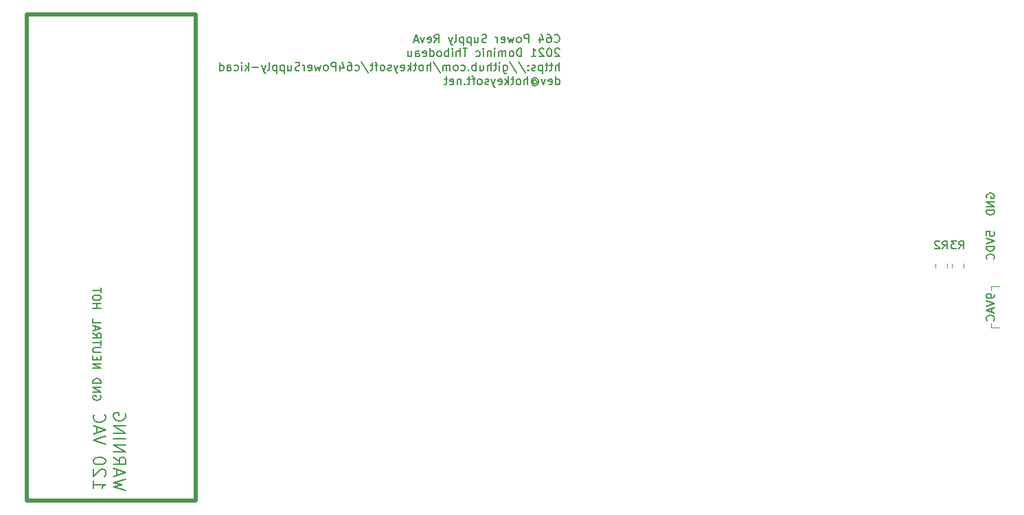
<source format=gbo>
G04 #@! TF.GenerationSoftware,KiCad,Pcbnew,(5.1.9)-1*
G04 #@! TF.CreationDate,2021-06-30T23:09:52-04:00*
G04 #@! TF.ProjectId,C64PowerSupply,43363450-6f77-4657-9253-7570706c792e,A*
G04 #@! TF.SameCoordinates,Original*
G04 #@! TF.FileFunction,Legend,Bot*
G04 #@! TF.FilePolarity,Positive*
%FSLAX46Y46*%
G04 Gerber Fmt 4.6, Leading zero omitted, Abs format (unit mm)*
G04 Created by KiCad (PCBNEW (5.1.9)-1) date 2021-06-30 23:09:52*
%MOMM*%
%LPD*%
G01*
G04 APERTURE LIST*
%ADD10C,0.120000*%
%ADD11C,0.150000*%
%ADD12C,0.203200*%
%ADD13C,0.508000*%
%ADD14C,2.600000*%
%ADD15R,2.600000X2.600000*%
%ADD16C,1.440000*%
%ADD17C,2.500000*%
%ADD18C,2.667000*%
%ADD19C,5.700000*%
%ADD20C,2.400000*%
%ADD21C,0.100000*%
%ADD22C,1.600000*%
%ADD23R,1.600000X1.600000*%
%ADD24O,1.800000X1.800000*%
%ADD25R,1.800000X1.800000*%
%ADD26R,2.400000X2.400000*%
%ADD27C,4.300000*%
%ADD28R,1.700000X2.500000*%
%ADD29O,1.700000X2.500000*%
G04 APERTURE END LIST*
D10*
X187960000Y-105156000D02*
X188976000Y-105156000D01*
X187960000Y-104648000D02*
X187960000Y-105156000D01*
X187960000Y-100076000D02*
X187960000Y-100584000D01*
X188976000Y-100076000D02*
X187960000Y-100076000D01*
D11*
X77271619Y-102790476D02*
X78271619Y-102790476D01*
X77795428Y-102790476D02*
X77795428Y-102219047D01*
X77271619Y-102219047D02*
X78271619Y-102219047D01*
X78271619Y-101552380D02*
X78271619Y-101361904D01*
X78224000Y-101266666D01*
X78128761Y-101171428D01*
X77938285Y-101123809D01*
X77604952Y-101123809D01*
X77414476Y-101171428D01*
X77319238Y-101266666D01*
X77271619Y-101361904D01*
X77271619Y-101552380D01*
X77319238Y-101647619D01*
X77414476Y-101742857D01*
X77604952Y-101790476D01*
X77938285Y-101790476D01*
X78128761Y-101742857D01*
X78224000Y-101647619D01*
X78271619Y-101552380D01*
X78271619Y-100838095D02*
X78271619Y-100266666D01*
X77271619Y-100552380D02*
X78271619Y-100552380D01*
X77271619Y-110164190D02*
X78271619Y-110164190D01*
X77271619Y-109592761D01*
X78271619Y-109592761D01*
X77795428Y-109116571D02*
X77795428Y-108783238D01*
X77271619Y-108640380D02*
X77271619Y-109116571D01*
X78271619Y-109116571D01*
X78271619Y-108640380D01*
X78271619Y-108211809D02*
X77462095Y-108211809D01*
X77366857Y-108164190D01*
X77319238Y-108116571D01*
X77271619Y-108021333D01*
X77271619Y-107830857D01*
X77319238Y-107735619D01*
X77366857Y-107688000D01*
X77462095Y-107640380D01*
X78271619Y-107640380D01*
X78271619Y-107307047D02*
X78271619Y-106735619D01*
X77271619Y-107021333D02*
X78271619Y-107021333D01*
X77271619Y-105830857D02*
X77747809Y-106164190D01*
X77271619Y-106402285D02*
X78271619Y-106402285D01*
X78271619Y-106021333D01*
X78224000Y-105926095D01*
X78176380Y-105878476D01*
X78081142Y-105830857D01*
X77938285Y-105830857D01*
X77843047Y-105878476D01*
X77795428Y-105926095D01*
X77747809Y-106021333D01*
X77747809Y-106402285D01*
X77557333Y-105449904D02*
X77557333Y-104973714D01*
X77271619Y-105545142D02*
X78271619Y-105211809D01*
X77271619Y-104878476D01*
X77271619Y-104068952D02*
X77271619Y-104545142D01*
X78271619Y-104545142D01*
X78224000Y-113537904D02*
X78271619Y-113633142D01*
X78271619Y-113776000D01*
X78224000Y-113918857D01*
X78128761Y-114014095D01*
X78033523Y-114061714D01*
X77843047Y-114109333D01*
X77700190Y-114109333D01*
X77509714Y-114061714D01*
X77414476Y-114014095D01*
X77319238Y-113918857D01*
X77271619Y-113776000D01*
X77271619Y-113680761D01*
X77319238Y-113537904D01*
X77366857Y-113490285D01*
X77700190Y-113490285D01*
X77700190Y-113680761D01*
X77271619Y-113061714D02*
X78271619Y-113061714D01*
X77271619Y-112490285D01*
X78271619Y-112490285D01*
X77271619Y-112014095D02*
X78271619Y-112014095D01*
X78271619Y-111776000D01*
X78224000Y-111633142D01*
X78128761Y-111537904D01*
X78033523Y-111490285D01*
X77843047Y-111442666D01*
X77700190Y-111442666D01*
X77509714Y-111490285D01*
X77414476Y-111537904D01*
X77319238Y-111633142D01*
X77271619Y-111776000D01*
X77271619Y-112014095D01*
D12*
X81327171Y-125185714D02*
X79803171Y-124822857D01*
X80891742Y-124532571D01*
X79803171Y-124242285D01*
X81327171Y-123879428D01*
X80238600Y-123371428D02*
X80238600Y-122645714D01*
X79803171Y-123516571D02*
X81327171Y-123008571D01*
X79803171Y-122500571D01*
X79803171Y-121121714D02*
X80528885Y-121629714D01*
X79803171Y-121992571D02*
X81327171Y-121992571D01*
X81327171Y-121412000D01*
X81254600Y-121266857D01*
X81182028Y-121194285D01*
X81036885Y-121121714D01*
X80819171Y-121121714D01*
X80674028Y-121194285D01*
X80601457Y-121266857D01*
X80528885Y-121412000D01*
X80528885Y-121992571D01*
X79803171Y-120468571D02*
X81327171Y-120468571D01*
X79803171Y-119597714D01*
X81327171Y-119597714D01*
X79803171Y-118872000D02*
X81327171Y-118872000D01*
X79803171Y-118146285D02*
X81327171Y-118146285D01*
X79803171Y-117275428D01*
X81327171Y-117275428D01*
X81254600Y-115751428D02*
X81327171Y-115896571D01*
X81327171Y-116114285D01*
X81254600Y-116332000D01*
X81109457Y-116477142D01*
X80964314Y-116549714D01*
X80674028Y-116622285D01*
X80456314Y-116622285D01*
X80166028Y-116549714D01*
X80020885Y-116477142D01*
X79875742Y-116332000D01*
X79803171Y-116114285D01*
X79803171Y-115969142D01*
X79875742Y-115751428D01*
X79948314Y-115678857D01*
X80456314Y-115678857D01*
X80456314Y-115969142D01*
X77313971Y-124060857D02*
X77313971Y-124931714D01*
X77313971Y-124496285D02*
X78837971Y-124496285D01*
X78620257Y-124641428D01*
X78475114Y-124786571D01*
X78402542Y-124931714D01*
X78692828Y-123480285D02*
X78765400Y-123407714D01*
X78837971Y-123262571D01*
X78837971Y-122899714D01*
X78765400Y-122754571D01*
X78692828Y-122682000D01*
X78547685Y-122609428D01*
X78402542Y-122609428D01*
X78184828Y-122682000D01*
X77313971Y-123552857D01*
X77313971Y-122609428D01*
X78837971Y-121666000D02*
X78837971Y-121520857D01*
X78765400Y-121375714D01*
X78692828Y-121303142D01*
X78547685Y-121230571D01*
X78257400Y-121158000D01*
X77894542Y-121158000D01*
X77604257Y-121230571D01*
X77459114Y-121303142D01*
X77386542Y-121375714D01*
X77313971Y-121520857D01*
X77313971Y-121666000D01*
X77386542Y-121811142D01*
X77459114Y-121883714D01*
X77604257Y-121956285D01*
X77894542Y-122028857D01*
X78257400Y-122028857D01*
X78547685Y-121956285D01*
X78692828Y-121883714D01*
X78765400Y-121811142D01*
X78837971Y-121666000D01*
X78837971Y-119561428D02*
X77313971Y-119053428D01*
X78837971Y-118545428D01*
X77749400Y-118110000D02*
X77749400Y-117384285D01*
X77313971Y-118255142D02*
X78837971Y-117747142D01*
X77313971Y-117239142D01*
X77459114Y-115860285D02*
X77386542Y-115932857D01*
X77313971Y-116150571D01*
X77313971Y-116295714D01*
X77386542Y-116513428D01*
X77531685Y-116658571D01*
X77676828Y-116731142D01*
X77967114Y-116803714D01*
X78184828Y-116803714D01*
X78475114Y-116731142D01*
X78620257Y-116658571D01*
X78765400Y-116513428D01*
X78837971Y-116295714D01*
X78837971Y-116150571D01*
X78765400Y-115932857D01*
X78692828Y-115860285D01*
D11*
X188412380Y-101068380D02*
X188412380Y-101258857D01*
X188364761Y-101354095D01*
X188317142Y-101401714D01*
X188174285Y-101496952D01*
X187983809Y-101544571D01*
X187602857Y-101544571D01*
X187507619Y-101496952D01*
X187460000Y-101449333D01*
X187412380Y-101354095D01*
X187412380Y-101163619D01*
X187460000Y-101068380D01*
X187507619Y-101020761D01*
X187602857Y-100973142D01*
X187840952Y-100973142D01*
X187936190Y-101020761D01*
X187983809Y-101068380D01*
X188031428Y-101163619D01*
X188031428Y-101354095D01*
X187983809Y-101449333D01*
X187936190Y-101496952D01*
X187840952Y-101544571D01*
X187412380Y-101830285D02*
X188412380Y-102163619D01*
X187412380Y-102496952D01*
X188126666Y-102782666D02*
X188126666Y-103258857D01*
X188412380Y-102687428D02*
X187412380Y-103020761D01*
X188412380Y-103354095D01*
X188317142Y-104258857D02*
X188364761Y-104211238D01*
X188412380Y-104068380D01*
X188412380Y-103973142D01*
X188364761Y-103830285D01*
X188269523Y-103735047D01*
X188174285Y-103687428D01*
X187983809Y-103639809D01*
X187840952Y-103639809D01*
X187650476Y-103687428D01*
X187555238Y-103735047D01*
X187460000Y-103830285D01*
X187412380Y-103973142D01*
X187412380Y-104068380D01*
X187460000Y-104211238D01*
X187507619Y-104258857D01*
X187460000Y-89154095D02*
X187412380Y-89058857D01*
X187412380Y-88916000D01*
X187460000Y-88773142D01*
X187555238Y-88677904D01*
X187650476Y-88630285D01*
X187840952Y-88582666D01*
X187983809Y-88582666D01*
X188174285Y-88630285D01*
X188269523Y-88677904D01*
X188364761Y-88773142D01*
X188412380Y-88916000D01*
X188412380Y-89011238D01*
X188364761Y-89154095D01*
X188317142Y-89201714D01*
X187983809Y-89201714D01*
X187983809Y-89011238D01*
X188412380Y-89630285D02*
X187412380Y-89630285D01*
X188412380Y-90201714D01*
X187412380Y-90201714D01*
X188412380Y-90677904D02*
X187412380Y-90677904D01*
X187412380Y-90916000D01*
X187460000Y-91058857D01*
X187555238Y-91154095D01*
X187650476Y-91201714D01*
X187840952Y-91249333D01*
X187983809Y-91249333D01*
X188174285Y-91201714D01*
X188269523Y-91154095D01*
X188364761Y-91058857D01*
X188412380Y-90916000D01*
X188412380Y-90677904D01*
X187412380Y-93805523D02*
X187412380Y-93329333D01*
X187888571Y-93281714D01*
X187840952Y-93329333D01*
X187793333Y-93424571D01*
X187793333Y-93662666D01*
X187840952Y-93757904D01*
X187888571Y-93805523D01*
X187983809Y-93853142D01*
X188221904Y-93853142D01*
X188317142Y-93805523D01*
X188364761Y-93757904D01*
X188412380Y-93662666D01*
X188412380Y-93424571D01*
X188364761Y-93329333D01*
X188317142Y-93281714D01*
X187412380Y-94138857D02*
X188412380Y-94472190D01*
X187412380Y-94805523D01*
X188412380Y-95138857D02*
X187412380Y-95138857D01*
X187412380Y-95376952D01*
X187460000Y-95519809D01*
X187555238Y-95615047D01*
X187650476Y-95662666D01*
X187840952Y-95710285D01*
X187983809Y-95710285D01*
X188174285Y-95662666D01*
X188269523Y-95615047D01*
X188364761Y-95519809D01*
X188412380Y-95376952D01*
X188412380Y-95138857D01*
X188317142Y-96710285D02*
X188364761Y-96662666D01*
X188412380Y-96519809D01*
X188412380Y-96424571D01*
X188364761Y-96281714D01*
X188269523Y-96186476D01*
X188174285Y-96138857D01*
X187983809Y-96091238D01*
X187840952Y-96091238D01*
X187650476Y-96138857D01*
X187555238Y-96186476D01*
X187460000Y-96281714D01*
X187412380Y-96424571D01*
X187412380Y-96519809D01*
X187460000Y-96662666D01*
X187507619Y-96710285D01*
D12*
X134173443Y-69908057D02*
X134221824Y-69956438D01*
X134366967Y-70004819D01*
X134463729Y-70004819D01*
X134608872Y-69956438D01*
X134705634Y-69859676D01*
X134754015Y-69762914D01*
X134802396Y-69569390D01*
X134802396Y-69424247D01*
X134754015Y-69230723D01*
X134705634Y-69133961D01*
X134608872Y-69037200D01*
X134463729Y-68988819D01*
X134366967Y-68988819D01*
X134221824Y-69037200D01*
X134173443Y-69085580D01*
X133302586Y-68988819D02*
X133496110Y-68988819D01*
X133592872Y-69037200D01*
X133641253Y-69085580D01*
X133738015Y-69230723D01*
X133786396Y-69424247D01*
X133786396Y-69811295D01*
X133738015Y-69908057D01*
X133689634Y-69956438D01*
X133592872Y-70004819D01*
X133399348Y-70004819D01*
X133302586Y-69956438D01*
X133254205Y-69908057D01*
X133205824Y-69811295D01*
X133205824Y-69569390D01*
X133254205Y-69472628D01*
X133302586Y-69424247D01*
X133399348Y-69375866D01*
X133592872Y-69375866D01*
X133689634Y-69424247D01*
X133738015Y-69472628D01*
X133786396Y-69569390D01*
X132334967Y-69327485D02*
X132334967Y-70004819D01*
X132576872Y-68940438D02*
X132818777Y-69666152D01*
X132189824Y-69666152D01*
X131028681Y-70004819D02*
X131028681Y-68988819D01*
X130641634Y-68988819D01*
X130544872Y-69037200D01*
X130496491Y-69085580D01*
X130448110Y-69182342D01*
X130448110Y-69327485D01*
X130496491Y-69424247D01*
X130544872Y-69472628D01*
X130641634Y-69521009D01*
X131028681Y-69521009D01*
X129867539Y-70004819D02*
X129964300Y-69956438D01*
X130012681Y-69908057D01*
X130061062Y-69811295D01*
X130061062Y-69521009D01*
X130012681Y-69424247D01*
X129964300Y-69375866D01*
X129867539Y-69327485D01*
X129722396Y-69327485D01*
X129625634Y-69375866D01*
X129577253Y-69424247D01*
X129528872Y-69521009D01*
X129528872Y-69811295D01*
X129577253Y-69908057D01*
X129625634Y-69956438D01*
X129722396Y-70004819D01*
X129867539Y-70004819D01*
X129190205Y-69327485D02*
X128996681Y-70004819D01*
X128803158Y-69521009D01*
X128609634Y-70004819D01*
X128416110Y-69327485D01*
X127642015Y-69956438D02*
X127738777Y-70004819D01*
X127932300Y-70004819D01*
X128029062Y-69956438D01*
X128077443Y-69859676D01*
X128077443Y-69472628D01*
X128029062Y-69375866D01*
X127932300Y-69327485D01*
X127738777Y-69327485D01*
X127642015Y-69375866D01*
X127593634Y-69472628D01*
X127593634Y-69569390D01*
X128077443Y-69666152D01*
X127158205Y-70004819D02*
X127158205Y-69327485D01*
X127158205Y-69521009D02*
X127109824Y-69424247D01*
X127061443Y-69375866D01*
X126964681Y-69327485D01*
X126867920Y-69327485D01*
X125803539Y-69956438D02*
X125658396Y-70004819D01*
X125416491Y-70004819D01*
X125319729Y-69956438D01*
X125271348Y-69908057D01*
X125222967Y-69811295D01*
X125222967Y-69714533D01*
X125271348Y-69617771D01*
X125319729Y-69569390D01*
X125416491Y-69521009D01*
X125610015Y-69472628D01*
X125706777Y-69424247D01*
X125755158Y-69375866D01*
X125803539Y-69279104D01*
X125803539Y-69182342D01*
X125755158Y-69085580D01*
X125706777Y-69037200D01*
X125610015Y-68988819D01*
X125368110Y-68988819D01*
X125222967Y-69037200D01*
X124352110Y-69327485D02*
X124352110Y-70004819D01*
X124787539Y-69327485D02*
X124787539Y-69859676D01*
X124739158Y-69956438D01*
X124642396Y-70004819D01*
X124497253Y-70004819D01*
X124400491Y-69956438D01*
X124352110Y-69908057D01*
X123868300Y-69327485D02*
X123868300Y-70343485D01*
X123868300Y-69375866D02*
X123771539Y-69327485D01*
X123578015Y-69327485D01*
X123481253Y-69375866D01*
X123432872Y-69424247D01*
X123384491Y-69521009D01*
X123384491Y-69811295D01*
X123432872Y-69908057D01*
X123481253Y-69956438D01*
X123578015Y-70004819D01*
X123771539Y-70004819D01*
X123868300Y-69956438D01*
X122949062Y-69327485D02*
X122949062Y-70343485D01*
X122949062Y-69375866D02*
X122852300Y-69327485D01*
X122658777Y-69327485D01*
X122562015Y-69375866D01*
X122513634Y-69424247D01*
X122465253Y-69521009D01*
X122465253Y-69811295D01*
X122513634Y-69908057D01*
X122562015Y-69956438D01*
X122658777Y-70004819D01*
X122852300Y-70004819D01*
X122949062Y-69956438D01*
X121884681Y-70004819D02*
X121981443Y-69956438D01*
X122029824Y-69859676D01*
X122029824Y-68988819D01*
X121594396Y-69327485D02*
X121352491Y-70004819D01*
X121110586Y-69327485D02*
X121352491Y-70004819D01*
X121449253Y-70246723D01*
X121497634Y-70295104D01*
X121594396Y-70343485D01*
X119368872Y-70004819D02*
X119707539Y-69521009D01*
X119949443Y-70004819D02*
X119949443Y-68988819D01*
X119562396Y-68988819D01*
X119465634Y-69037200D01*
X119417253Y-69085580D01*
X119368872Y-69182342D01*
X119368872Y-69327485D01*
X119417253Y-69424247D01*
X119465634Y-69472628D01*
X119562396Y-69521009D01*
X119949443Y-69521009D01*
X118546396Y-69956438D02*
X118643158Y-70004819D01*
X118836681Y-70004819D01*
X118933443Y-69956438D01*
X118981824Y-69859676D01*
X118981824Y-69472628D01*
X118933443Y-69375866D01*
X118836681Y-69327485D01*
X118643158Y-69327485D01*
X118546396Y-69375866D01*
X118498015Y-69472628D01*
X118498015Y-69569390D01*
X118981824Y-69666152D01*
X118159348Y-69327485D02*
X117917443Y-70004819D01*
X117675539Y-69327485D01*
X117336872Y-69714533D02*
X116853062Y-69714533D01*
X117433634Y-70004819D02*
X117094967Y-68988819D01*
X116756300Y-70004819D01*
X134802396Y-70812780D02*
X134754015Y-70764400D01*
X134657253Y-70716019D01*
X134415348Y-70716019D01*
X134318586Y-70764400D01*
X134270205Y-70812780D01*
X134221824Y-70909542D01*
X134221824Y-71006304D01*
X134270205Y-71151447D01*
X134850777Y-71732019D01*
X134221824Y-71732019D01*
X133592872Y-70716019D02*
X133496110Y-70716019D01*
X133399348Y-70764400D01*
X133350967Y-70812780D01*
X133302586Y-70909542D01*
X133254205Y-71103066D01*
X133254205Y-71344971D01*
X133302586Y-71538495D01*
X133350967Y-71635257D01*
X133399348Y-71683638D01*
X133496110Y-71732019D01*
X133592872Y-71732019D01*
X133689634Y-71683638D01*
X133738015Y-71635257D01*
X133786396Y-71538495D01*
X133834777Y-71344971D01*
X133834777Y-71103066D01*
X133786396Y-70909542D01*
X133738015Y-70812780D01*
X133689634Y-70764400D01*
X133592872Y-70716019D01*
X132867158Y-70812780D02*
X132818777Y-70764400D01*
X132722015Y-70716019D01*
X132480110Y-70716019D01*
X132383348Y-70764400D01*
X132334967Y-70812780D01*
X132286586Y-70909542D01*
X132286586Y-71006304D01*
X132334967Y-71151447D01*
X132915539Y-71732019D01*
X132286586Y-71732019D01*
X131318967Y-71732019D02*
X131899539Y-71732019D01*
X131609253Y-71732019D02*
X131609253Y-70716019D01*
X131706015Y-70861161D01*
X131802777Y-70957923D01*
X131899539Y-71006304D01*
X130109443Y-71732019D02*
X130109443Y-70716019D01*
X129867539Y-70716019D01*
X129722396Y-70764400D01*
X129625634Y-70861161D01*
X129577253Y-70957923D01*
X129528872Y-71151447D01*
X129528872Y-71296590D01*
X129577253Y-71490114D01*
X129625634Y-71586876D01*
X129722396Y-71683638D01*
X129867539Y-71732019D01*
X130109443Y-71732019D01*
X128948300Y-71732019D02*
X129045062Y-71683638D01*
X129093443Y-71635257D01*
X129141824Y-71538495D01*
X129141824Y-71248209D01*
X129093443Y-71151447D01*
X129045062Y-71103066D01*
X128948300Y-71054685D01*
X128803158Y-71054685D01*
X128706396Y-71103066D01*
X128658015Y-71151447D01*
X128609634Y-71248209D01*
X128609634Y-71538495D01*
X128658015Y-71635257D01*
X128706396Y-71683638D01*
X128803158Y-71732019D01*
X128948300Y-71732019D01*
X128174205Y-71732019D02*
X128174205Y-71054685D01*
X128174205Y-71151447D02*
X128125824Y-71103066D01*
X128029062Y-71054685D01*
X127883920Y-71054685D01*
X127787158Y-71103066D01*
X127738777Y-71199828D01*
X127738777Y-71732019D01*
X127738777Y-71199828D02*
X127690396Y-71103066D01*
X127593634Y-71054685D01*
X127448491Y-71054685D01*
X127351729Y-71103066D01*
X127303348Y-71199828D01*
X127303348Y-71732019D01*
X126819539Y-71732019D02*
X126819539Y-71054685D01*
X126819539Y-70716019D02*
X126867920Y-70764400D01*
X126819539Y-70812780D01*
X126771158Y-70764400D01*
X126819539Y-70716019D01*
X126819539Y-70812780D01*
X126335729Y-71054685D02*
X126335729Y-71732019D01*
X126335729Y-71151447D02*
X126287348Y-71103066D01*
X126190586Y-71054685D01*
X126045443Y-71054685D01*
X125948681Y-71103066D01*
X125900300Y-71199828D01*
X125900300Y-71732019D01*
X125416491Y-71732019D02*
X125416491Y-71054685D01*
X125416491Y-70716019D02*
X125464872Y-70764400D01*
X125416491Y-70812780D01*
X125368110Y-70764400D01*
X125416491Y-70716019D01*
X125416491Y-70812780D01*
X124497253Y-71683638D02*
X124594015Y-71732019D01*
X124787539Y-71732019D01*
X124884300Y-71683638D01*
X124932681Y-71635257D01*
X124981062Y-71538495D01*
X124981062Y-71248209D01*
X124932681Y-71151447D01*
X124884300Y-71103066D01*
X124787539Y-71054685D01*
X124594015Y-71054685D01*
X124497253Y-71103066D01*
X123432872Y-70716019D02*
X122852300Y-70716019D01*
X123142586Y-71732019D02*
X123142586Y-70716019D01*
X122513634Y-71732019D02*
X122513634Y-70716019D01*
X122078205Y-71732019D02*
X122078205Y-71199828D01*
X122126586Y-71103066D01*
X122223348Y-71054685D01*
X122368491Y-71054685D01*
X122465253Y-71103066D01*
X122513634Y-71151447D01*
X121594396Y-71732019D02*
X121594396Y-71054685D01*
X121594396Y-70716019D02*
X121642777Y-70764400D01*
X121594396Y-70812780D01*
X121546015Y-70764400D01*
X121594396Y-70716019D01*
X121594396Y-70812780D01*
X121110586Y-71732019D02*
X121110586Y-70716019D01*
X121110586Y-71103066D02*
X121013824Y-71054685D01*
X120820300Y-71054685D01*
X120723539Y-71103066D01*
X120675158Y-71151447D01*
X120626777Y-71248209D01*
X120626777Y-71538495D01*
X120675158Y-71635257D01*
X120723539Y-71683638D01*
X120820300Y-71732019D01*
X121013824Y-71732019D01*
X121110586Y-71683638D01*
X120046205Y-71732019D02*
X120142967Y-71683638D01*
X120191348Y-71635257D01*
X120239729Y-71538495D01*
X120239729Y-71248209D01*
X120191348Y-71151447D01*
X120142967Y-71103066D01*
X120046205Y-71054685D01*
X119901062Y-71054685D01*
X119804300Y-71103066D01*
X119755919Y-71151447D01*
X119707539Y-71248209D01*
X119707539Y-71538495D01*
X119755919Y-71635257D01*
X119804300Y-71683638D01*
X119901062Y-71732019D01*
X120046205Y-71732019D01*
X118836681Y-71732019D02*
X118836681Y-70716019D01*
X118836681Y-71683638D02*
X118933443Y-71732019D01*
X119126967Y-71732019D01*
X119223729Y-71683638D01*
X119272110Y-71635257D01*
X119320491Y-71538495D01*
X119320491Y-71248209D01*
X119272110Y-71151447D01*
X119223729Y-71103066D01*
X119126967Y-71054685D01*
X118933443Y-71054685D01*
X118836681Y-71103066D01*
X117965824Y-71683638D02*
X118062586Y-71732019D01*
X118256110Y-71732019D01*
X118352872Y-71683638D01*
X118401253Y-71586876D01*
X118401253Y-71199828D01*
X118352872Y-71103066D01*
X118256110Y-71054685D01*
X118062586Y-71054685D01*
X117965824Y-71103066D01*
X117917443Y-71199828D01*
X117917443Y-71296590D01*
X118401253Y-71393352D01*
X117046586Y-71732019D02*
X117046586Y-71199828D01*
X117094967Y-71103066D01*
X117191729Y-71054685D01*
X117385253Y-71054685D01*
X117482015Y-71103066D01*
X117046586Y-71683638D02*
X117143348Y-71732019D01*
X117385253Y-71732019D01*
X117482015Y-71683638D01*
X117530396Y-71586876D01*
X117530396Y-71490114D01*
X117482015Y-71393352D01*
X117385253Y-71344971D01*
X117143348Y-71344971D01*
X117046586Y-71296590D01*
X116127348Y-71054685D02*
X116127348Y-71732019D01*
X116562777Y-71054685D02*
X116562777Y-71586876D01*
X116514396Y-71683638D01*
X116417634Y-71732019D01*
X116272491Y-71732019D01*
X116175729Y-71683638D01*
X116127348Y-71635257D01*
X134754015Y-73459219D02*
X134754015Y-72443219D01*
X134318586Y-73459219D02*
X134318586Y-72927028D01*
X134366967Y-72830266D01*
X134463729Y-72781885D01*
X134608872Y-72781885D01*
X134705634Y-72830266D01*
X134754015Y-72878647D01*
X133979920Y-72781885D02*
X133592872Y-72781885D01*
X133834777Y-72443219D02*
X133834777Y-73314076D01*
X133786396Y-73410838D01*
X133689634Y-73459219D01*
X133592872Y-73459219D01*
X133399348Y-72781885D02*
X133012300Y-72781885D01*
X133254205Y-72443219D02*
X133254205Y-73314076D01*
X133205824Y-73410838D01*
X133109062Y-73459219D01*
X133012300Y-73459219D01*
X132673634Y-72781885D02*
X132673634Y-73797885D01*
X132673634Y-72830266D02*
X132576872Y-72781885D01*
X132383348Y-72781885D01*
X132286586Y-72830266D01*
X132238205Y-72878647D01*
X132189824Y-72975409D01*
X132189824Y-73265695D01*
X132238205Y-73362457D01*
X132286586Y-73410838D01*
X132383348Y-73459219D01*
X132576872Y-73459219D01*
X132673634Y-73410838D01*
X131802777Y-73410838D02*
X131706015Y-73459219D01*
X131512491Y-73459219D01*
X131415729Y-73410838D01*
X131367348Y-73314076D01*
X131367348Y-73265695D01*
X131415729Y-73168933D01*
X131512491Y-73120552D01*
X131657634Y-73120552D01*
X131754396Y-73072171D01*
X131802777Y-72975409D01*
X131802777Y-72927028D01*
X131754396Y-72830266D01*
X131657634Y-72781885D01*
X131512491Y-72781885D01*
X131415729Y-72830266D01*
X130931920Y-73362457D02*
X130883539Y-73410838D01*
X130931920Y-73459219D01*
X130980300Y-73410838D01*
X130931920Y-73362457D01*
X130931920Y-73459219D01*
X130931920Y-72830266D02*
X130883539Y-72878647D01*
X130931920Y-72927028D01*
X130980300Y-72878647D01*
X130931920Y-72830266D01*
X130931920Y-72927028D01*
X129722396Y-72394838D02*
X130593253Y-73701123D01*
X128658015Y-72394838D02*
X129528872Y-73701123D01*
X127883920Y-72781885D02*
X127883920Y-73604361D01*
X127932300Y-73701123D01*
X127980681Y-73749504D01*
X128077443Y-73797885D01*
X128222586Y-73797885D01*
X128319348Y-73749504D01*
X127883920Y-73410838D02*
X127980681Y-73459219D01*
X128174205Y-73459219D01*
X128270967Y-73410838D01*
X128319348Y-73362457D01*
X128367729Y-73265695D01*
X128367729Y-72975409D01*
X128319348Y-72878647D01*
X128270967Y-72830266D01*
X128174205Y-72781885D01*
X127980681Y-72781885D01*
X127883920Y-72830266D01*
X127400110Y-73459219D02*
X127400110Y-72781885D01*
X127400110Y-72443219D02*
X127448491Y-72491600D01*
X127400110Y-72539980D01*
X127351729Y-72491600D01*
X127400110Y-72443219D01*
X127400110Y-72539980D01*
X127061443Y-72781885D02*
X126674396Y-72781885D01*
X126916300Y-72443219D02*
X126916300Y-73314076D01*
X126867920Y-73410838D01*
X126771158Y-73459219D01*
X126674396Y-73459219D01*
X126335729Y-73459219D02*
X126335729Y-72443219D01*
X125900300Y-73459219D02*
X125900300Y-72927028D01*
X125948681Y-72830266D01*
X126045443Y-72781885D01*
X126190586Y-72781885D01*
X126287348Y-72830266D01*
X126335729Y-72878647D01*
X124981062Y-72781885D02*
X124981062Y-73459219D01*
X125416491Y-72781885D02*
X125416491Y-73314076D01*
X125368110Y-73410838D01*
X125271348Y-73459219D01*
X125126205Y-73459219D01*
X125029443Y-73410838D01*
X124981062Y-73362457D01*
X124497253Y-73459219D02*
X124497253Y-72443219D01*
X124497253Y-72830266D02*
X124400491Y-72781885D01*
X124206967Y-72781885D01*
X124110205Y-72830266D01*
X124061824Y-72878647D01*
X124013443Y-72975409D01*
X124013443Y-73265695D01*
X124061824Y-73362457D01*
X124110205Y-73410838D01*
X124206967Y-73459219D01*
X124400491Y-73459219D01*
X124497253Y-73410838D01*
X123578015Y-73362457D02*
X123529634Y-73410838D01*
X123578015Y-73459219D01*
X123626396Y-73410838D01*
X123578015Y-73362457D01*
X123578015Y-73459219D01*
X122658777Y-73410838D02*
X122755539Y-73459219D01*
X122949062Y-73459219D01*
X123045824Y-73410838D01*
X123094205Y-73362457D01*
X123142586Y-73265695D01*
X123142586Y-72975409D01*
X123094205Y-72878647D01*
X123045824Y-72830266D01*
X122949062Y-72781885D01*
X122755539Y-72781885D01*
X122658777Y-72830266D01*
X122078205Y-73459219D02*
X122174967Y-73410838D01*
X122223348Y-73362457D01*
X122271729Y-73265695D01*
X122271729Y-72975409D01*
X122223348Y-72878647D01*
X122174967Y-72830266D01*
X122078205Y-72781885D01*
X121933062Y-72781885D01*
X121836300Y-72830266D01*
X121787920Y-72878647D01*
X121739539Y-72975409D01*
X121739539Y-73265695D01*
X121787920Y-73362457D01*
X121836300Y-73410838D01*
X121933062Y-73459219D01*
X122078205Y-73459219D01*
X121304110Y-73459219D02*
X121304110Y-72781885D01*
X121304110Y-72878647D02*
X121255729Y-72830266D01*
X121158967Y-72781885D01*
X121013824Y-72781885D01*
X120917062Y-72830266D01*
X120868681Y-72927028D01*
X120868681Y-73459219D01*
X120868681Y-72927028D02*
X120820300Y-72830266D01*
X120723539Y-72781885D01*
X120578396Y-72781885D01*
X120481634Y-72830266D01*
X120433253Y-72927028D01*
X120433253Y-73459219D01*
X119223729Y-72394838D02*
X120094586Y-73701123D01*
X118885062Y-73459219D02*
X118885062Y-72443219D01*
X118449634Y-73459219D02*
X118449634Y-72927028D01*
X118498015Y-72830266D01*
X118594777Y-72781885D01*
X118739920Y-72781885D01*
X118836681Y-72830266D01*
X118885062Y-72878647D01*
X117820681Y-73459219D02*
X117917443Y-73410838D01*
X117965824Y-73362457D01*
X118014205Y-73265695D01*
X118014205Y-72975409D01*
X117965824Y-72878647D01*
X117917443Y-72830266D01*
X117820681Y-72781885D01*
X117675539Y-72781885D01*
X117578777Y-72830266D01*
X117530396Y-72878647D01*
X117482015Y-72975409D01*
X117482015Y-73265695D01*
X117530396Y-73362457D01*
X117578777Y-73410838D01*
X117675539Y-73459219D01*
X117820681Y-73459219D01*
X117191729Y-72781885D02*
X116804681Y-72781885D01*
X117046586Y-72443219D02*
X117046586Y-73314076D01*
X116998205Y-73410838D01*
X116901443Y-73459219D01*
X116804681Y-73459219D01*
X116466015Y-73459219D02*
X116466015Y-72443219D01*
X116369253Y-73072171D02*
X116078967Y-73459219D01*
X116078967Y-72781885D02*
X116466015Y-73168933D01*
X115256491Y-73410838D02*
X115353253Y-73459219D01*
X115546777Y-73459219D01*
X115643539Y-73410838D01*
X115691919Y-73314076D01*
X115691919Y-72927028D01*
X115643539Y-72830266D01*
X115546777Y-72781885D01*
X115353253Y-72781885D01*
X115256491Y-72830266D01*
X115208110Y-72927028D01*
X115208110Y-73023790D01*
X115691919Y-73120552D01*
X114869443Y-72781885D02*
X114627539Y-73459219D01*
X114385634Y-72781885D02*
X114627539Y-73459219D01*
X114724300Y-73701123D01*
X114772681Y-73749504D01*
X114869443Y-73797885D01*
X114046967Y-73410838D02*
X113950205Y-73459219D01*
X113756681Y-73459219D01*
X113659919Y-73410838D01*
X113611539Y-73314076D01*
X113611539Y-73265695D01*
X113659919Y-73168933D01*
X113756681Y-73120552D01*
X113901824Y-73120552D01*
X113998586Y-73072171D01*
X114046967Y-72975409D01*
X114046967Y-72927028D01*
X113998586Y-72830266D01*
X113901824Y-72781885D01*
X113756681Y-72781885D01*
X113659919Y-72830266D01*
X113030967Y-73459219D02*
X113127729Y-73410838D01*
X113176110Y-73362457D01*
X113224491Y-73265695D01*
X113224491Y-72975409D01*
X113176110Y-72878647D01*
X113127729Y-72830266D01*
X113030967Y-72781885D01*
X112885824Y-72781885D01*
X112789062Y-72830266D01*
X112740681Y-72878647D01*
X112692300Y-72975409D01*
X112692300Y-73265695D01*
X112740681Y-73362457D01*
X112789062Y-73410838D01*
X112885824Y-73459219D01*
X113030967Y-73459219D01*
X112402015Y-72781885D02*
X112014967Y-72781885D01*
X112256872Y-73459219D02*
X112256872Y-72588361D01*
X112208491Y-72491600D01*
X112111729Y-72443219D01*
X112014967Y-72443219D01*
X111821443Y-72781885D02*
X111434396Y-72781885D01*
X111676300Y-72443219D02*
X111676300Y-73314076D01*
X111627920Y-73410838D01*
X111531158Y-73459219D01*
X111434396Y-73459219D01*
X110370015Y-72394838D02*
X111240872Y-73701123D01*
X109595920Y-73410838D02*
X109692681Y-73459219D01*
X109886205Y-73459219D01*
X109982967Y-73410838D01*
X110031348Y-73362457D01*
X110079729Y-73265695D01*
X110079729Y-72975409D01*
X110031348Y-72878647D01*
X109982967Y-72830266D01*
X109886205Y-72781885D01*
X109692681Y-72781885D01*
X109595920Y-72830266D01*
X108725062Y-72443219D02*
X108918586Y-72443219D01*
X109015348Y-72491600D01*
X109063729Y-72539980D01*
X109160491Y-72685123D01*
X109208872Y-72878647D01*
X109208872Y-73265695D01*
X109160491Y-73362457D01*
X109112110Y-73410838D01*
X109015348Y-73459219D01*
X108821824Y-73459219D01*
X108725062Y-73410838D01*
X108676681Y-73362457D01*
X108628300Y-73265695D01*
X108628300Y-73023790D01*
X108676681Y-72927028D01*
X108725062Y-72878647D01*
X108821824Y-72830266D01*
X109015348Y-72830266D01*
X109112110Y-72878647D01*
X109160491Y-72927028D01*
X109208872Y-73023790D01*
X107757443Y-72781885D02*
X107757443Y-73459219D01*
X107999348Y-72394838D02*
X108241253Y-73120552D01*
X107612300Y-73120552D01*
X107225253Y-73459219D02*
X107225253Y-72443219D01*
X106838205Y-72443219D01*
X106741443Y-72491600D01*
X106693062Y-72539980D01*
X106644681Y-72636742D01*
X106644681Y-72781885D01*
X106693062Y-72878647D01*
X106741443Y-72927028D01*
X106838205Y-72975409D01*
X107225253Y-72975409D01*
X106064110Y-73459219D02*
X106160872Y-73410838D01*
X106209253Y-73362457D01*
X106257634Y-73265695D01*
X106257634Y-72975409D01*
X106209253Y-72878647D01*
X106160872Y-72830266D01*
X106064110Y-72781885D01*
X105918967Y-72781885D01*
X105822205Y-72830266D01*
X105773824Y-72878647D01*
X105725443Y-72975409D01*
X105725443Y-73265695D01*
X105773824Y-73362457D01*
X105822205Y-73410838D01*
X105918967Y-73459219D01*
X106064110Y-73459219D01*
X105386777Y-72781885D02*
X105193253Y-73459219D01*
X104999729Y-72975409D01*
X104806205Y-73459219D01*
X104612681Y-72781885D01*
X103838586Y-73410838D02*
X103935348Y-73459219D01*
X104128872Y-73459219D01*
X104225634Y-73410838D01*
X104274015Y-73314076D01*
X104274015Y-72927028D01*
X104225634Y-72830266D01*
X104128872Y-72781885D01*
X103935348Y-72781885D01*
X103838586Y-72830266D01*
X103790205Y-72927028D01*
X103790205Y-73023790D01*
X104274015Y-73120552D01*
X103354777Y-73459219D02*
X103354777Y-72781885D01*
X103354777Y-72975409D02*
X103306396Y-72878647D01*
X103258015Y-72830266D01*
X103161253Y-72781885D01*
X103064491Y-72781885D01*
X102774205Y-73410838D02*
X102629062Y-73459219D01*
X102387158Y-73459219D01*
X102290396Y-73410838D01*
X102242015Y-73362457D01*
X102193634Y-73265695D01*
X102193634Y-73168933D01*
X102242015Y-73072171D01*
X102290396Y-73023790D01*
X102387158Y-72975409D01*
X102580681Y-72927028D01*
X102677443Y-72878647D01*
X102725824Y-72830266D01*
X102774205Y-72733504D01*
X102774205Y-72636742D01*
X102725824Y-72539980D01*
X102677443Y-72491600D01*
X102580681Y-72443219D01*
X102338777Y-72443219D01*
X102193634Y-72491600D01*
X101322777Y-72781885D02*
X101322777Y-73459219D01*
X101758205Y-72781885D02*
X101758205Y-73314076D01*
X101709824Y-73410838D01*
X101613062Y-73459219D01*
X101467919Y-73459219D01*
X101371158Y-73410838D01*
X101322777Y-73362457D01*
X100838967Y-72781885D02*
X100838967Y-73797885D01*
X100838967Y-72830266D02*
X100742205Y-72781885D01*
X100548681Y-72781885D01*
X100451919Y-72830266D01*
X100403539Y-72878647D01*
X100355158Y-72975409D01*
X100355158Y-73265695D01*
X100403539Y-73362457D01*
X100451919Y-73410838D01*
X100548681Y-73459219D01*
X100742205Y-73459219D01*
X100838967Y-73410838D01*
X99919729Y-72781885D02*
X99919729Y-73797885D01*
X99919729Y-72830266D02*
X99822967Y-72781885D01*
X99629443Y-72781885D01*
X99532681Y-72830266D01*
X99484300Y-72878647D01*
X99435919Y-72975409D01*
X99435919Y-73265695D01*
X99484300Y-73362457D01*
X99532681Y-73410838D01*
X99629443Y-73459219D01*
X99822967Y-73459219D01*
X99919729Y-73410838D01*
X98855348Y-73459219D02*
X98952110Y-73410838D01*
X99000491Y-73314076D01*
X99000491Y-72443219D01*
X98565062Y-72781885D02*
X98323158Y-73459219D01*
X98081253Y-72781885D02*
X98323158Y-73459219D01*
X98419919Y-73701123D01*
X98468300Y-73749504D01*
X98565062Y-73797885D01*
X97694205Y-73072171D02*
X96920110Y-73072171D01*
X96436300Y-73459219D02*
X96436300Y-72443219D01*
X96339539Y-73072171D02*
X96049253Y-73459219D01*
X96049253Y-72781885D02*
X96436300Y-73168933D01*
X95613824Y-73459219D02*
X95613824Y-72781885D01*
X95613824Y-72443219D02*
X95662205Y-72491600D01*
X95613824Y-72539980D01*
X95565443Y-72491600D01*
X95613824Y-72443219D01*
X95613824Y-72539980D01*
X94694586Y-73410838D02*
X94791348Y-73459219D01*
X94984872Y-73459219D01*
X95081634Y-73410838D01*
X95130015Y-73362457D01*
X95178396Y-73265695D01*
X95178396Y-72975409D01*
X95130015Y-72878647D01*
X95081634Y-72830266D01*
X94984872Y-72781885D01*
X94791348Y-72781885D01*
X94694586Y-72830266D01*
X93823729Y-73459219D02*
X93823729Y-72927028D01*
X93872110Y-72830266D01*
X93968872Y-72781885D01*
X94162396Y-72781885D01*
X94259158Y-72830266D01*
X93823729Y-73410838D02*
X93920491Y-73459219D01*
X94162396Y-73459219D01*
X94259158Y-73410838D01*
X94307539Y-73314076D01*
X94307539Y-73217314D01*
X94259158Y-73120552D01*
X94162396Y-73072171D01*
X93920491Y-73072171D01*
X93823729Y-73023790D01*
X92904491Y-73459219D02*
X92904491Y-72443219D01*
X92904491Y-73410838D02*
X93001253Y-73459219D01*
X93194777Y-73459219D01*
X93291539Y-73410838D01*
X93339919Y-73362457D01*
X93388300Y-73265695D01*
X93388300Y-72975409D01*
X93339919Y-72878647D01*
X93291539Y-72830266D01*
X93194777Y-72781885D01*
X93001253Y-72781885D01*
X92904491Y-72830266D01*
X134318586Y-75186419D02*
X134318586Y-74170419D01*
X134318586Y-75138038D02*
X134415348Y-75186419D01*
X134608872Y-75186419D01*
X134705634Y-75138038D01*
X134754015Y-75089657D01*
X134802396Y-74992895D01*
X134802396Y-74702609D01*
X134754015Y-74605847D01*
X134705634Y-74557466D01*
X134608872Y-74509085D01*
X134415348Y-74509085D01*
X134318586Y-74557466D01*
X133447729Y-75138038D02*
X133544491Y-75186419D01*
X133738015Y-75186419D01*
X133834777Y-75138038D01*
X133883158Y-75041276D01*
X133883158Y-74654228D01*
X133834777Y-74557466D01*
X133738015Y-74509085D01*
X133544491Y-74509085D01*
X133447729Y-74557466D01*
X133399348Y-74654228D01*
X133399348Y-74750990D01*
X133883158Y-74847752D01*
X133060681Y-74509085D02*
X132818777Y-75186419D01*
X132576872Y-74509085D01*
X131560872Y-74702609D02*
X131609253Y-74654228D01*
X131706015Y-74605847D01*
X131802777Y-74605847D01*
X131899539Y-74654228D01*
X131947920Y-74702609D01*
X131996300Y-74799371D01*
X131996300Y-74896133D01*
X131947920Y-74992895D01*
X131899539Y-75041276D01*
X131802777Y-75089657D01*
X131706015Y-75089657D01*
X131609253Y-75041276D01*
X131560872Y-74992895D01*
X131560872Y-74605847D02*
X131560872Y-74992895D01*
X131512491Y-75041276D01*
X131464110Y-75041276D01*
X131367348Y-74992895D01*
X131318967Y-74896133D01*
X131318967Y-74654228D01*
X131415729Y-74509085D01*
X131560872Y-74412323D01*
X131754396Y-74363942D01*
X131947920Y-74412323D01*
X132093062Y-74509085D01*
X132189824Y-74654228D01*
X132238205Y-74847752D01*
X132189824Y-75041276D01*
X132093062Y-75186419D01*
X131947920Y-75283180D01*
X131754396Y-75331561D01*
X131560872Y-75283180D01*
X131415729Y-75186419D01*
X130883539Y-75186419D02*
X130883539Y-74170419D01*
X130448110Y-75186419D02*
X130448110Y-74654228D01*
X130496491Y-74557466D01*
X130593253Y-74509085D01*
X130738396Y-74509085D01*
X130835158Y-74557466D01*
X130883539Y-74605847D01*
X129819158Y-75186419D02*
X129915920Y-75138038D01*
X129964300Y-75089657D01*
X130012681Y-74992895D01*
X130012681Y-74702609D01*
X129964300Y-74605847D01*
X129915920Y-74557466D01*
X129819158Y-74509085D01*
X129674015Y-74509085D01*
X129577253Y-74557466D01*
X129528872Y-74605847D01*
X129480491Y-74702609D01*
X129480491Y-74992895D01*
X129528872Y-75089657D01*
X129577253Y-75138038D01*
X129674015Y-75186419D01*
X129819158Y-75186419D01*
X129190205Y-74509085D02*
X128803158Y-74509085D01*
X129045062Y-74170419D02*
X129045062Y-75041276D01*
X128996681Y-75138038D01*
X128899920Y-75186419D01*
X128803158Y-75186419D01*
X128464491Y-75186419D02*
X128464491Y-74170419D01*
X128367729Y-74799371D02*
X128077443Y-75186419D01*
X128077443Y-74509085D02*
X128464491Y-74896133D01*
X127254967Y-75138038D02*
X127351729Y-75186419D01*
X127545253Y-75186419D01*
X127642015Y-75138038D01*
X127690396Y-75041276D01*
X127690396Y-74654228D01*
X127642015Y-74557466D01*
X127545253Y-74509085D01*
X127351729Y-74509085D01*
X127254967Y-74557466D01*
X127206586Y-74654228D01*
X127206586Y-74750990D01*
X127690396Y-74847752D01*
X126867920Y-74509085D02*
X126626015Y-75186419D01*
X126384110Y-74509085D02*
X126626015Y-75186419D01*
X126722777Y-75428323D01*
X126771158Y-75476704D01*
X126867920Y-75525085D01*
X126045443Y-75138038D02*
X125948681Y-75186419D01*
X125755158Y-75186419D01*
X125658396Y-75138038D01*
X125610015Y-75041276D01*
X125610015Y-74992895D01*
X125658396Y-74896133D01*
X125755158Y-74847752D01*
X125900300Y-74847752D01*
X125997062Y-74799371D01*
X126045443Y-74702609D01*
X126045443Y-74654228D01*
X125997062Y-74557466D01*
X125900300Y-74509085D01*
X125755158Y-74509085D01*
X125658396Y-74557466D01*
X125029443Y-75186419D02*
X125126205Y-75138038D01*
X125174586Y-75089657D01*
X125222967Y-74992895D01*
X125222967Y-74702609D01*
X125174586Y-74605847D01*
X125126205Y-74557466D01*
X125029443Y-74509085D01*
X124884300Y-74509085D01*
X124787539Y-74557466D01*
X124739158Y-74605847D01*
X124690777Y-74702609D01*
X124690777Y-74992895D01*
X124739158Y-75089657D01*
X124787539Y-75138038D01*
X124884300Y-75186419D01*
X125029443Y-75186419D01*
X124400491Y-74509085D02*
X124013443Y-74509085D01*
X124255348Y-75186419D02*
X124255348Y-74315561D01*
X124206967Y-74218800D01*
X124110205Y-74170419D01*
X124013443Y-74170419D01*
X123819920Y-74509085D02*
X123432872Y-74509085D01*
X123674777Y-74170419D02*
X123674777Y-75041276D01*
X123626396Y-75138038D01*
X123529634Y-75186419D01*
X123432872Y-75186419D01*
X123094205Y-75089657D02*
X123045824Y-75138038D01*
X123094205Y-75186419D01*
X123142586Y-75138038D01*
X123094205Y-75089657D01*
X123094205Y-75186419D01*
X122610396Y-74509085D02*
X122610396Y-75186419D01*
X122610396Y-74605847D02*
X122562015Y-74557466D01*
X122465253Y-74509085D01*
X122320110Y-74509085D01*
X122223348Y-74557466D01*
X122174967Y-74654228D01*
X122174967Y-75186419D01*
X121304110Y-75138038D02*
X121400872Y-75186419D01*
X121594396Y-75186419D01*
X121691158Y-75138038D01*
X121739539Y-75041276D01*
X121739539Y-74654228D01*
X121691158Y-74557466D01*
X121594396Y-74509085D01*
X121400872Y-74509085D01*
X121304110Y-74557466D01*
X121255729Y-74654228D01*
X121255729Y-74750990D01*
X121739539Y-74847752D01*
X120965443Y-74509085D02*
X120578396Y-74509085D01*
X120820300Y-74170419D02*
X120820300Y-75041276D01*
X120771920Y-75138038D01*
X120675158Y-75186419D01*
X120578396Y-75186419D01*
D13*
X89916000Y-126492000D02*
X89916000Y-66548000D01*
X69088000Y-126492000D02*
X89916000Y-126492000D01*
X69088000Y-66548000D02*
X69088000Y-126492000D01*
X89916000Y-66548000D02*
X69088000Y-66548000D01*
D10*
X183161000Y-97763064D02*
X183161000Y-97308936D01*
X184631000Y-97763064D02*
X184631000Y-97308936D01*
X182599000Y-97308936D02*
X182599000Y-97763064D01*
X181129000Y-97308936D02*
X181129000Y-97763064D01*
D11*
X184062666Y-95448380D02*
X184396000Y-94972190D01*
X184634095Y-95448380D02*
X184634095Y-94448380D01*
X184253142Y-94448380D01*
X184157904Y-94496000D01*
X184110285Y-94543619D01*
X184062666Y-94638857D01*
X184062666Y-94781714D01*
X184110285Y-94876952D01*
X184157904Y-94924571D01*
X184253142Y-94972190D01*
X184634095Y-94972190D01*
X183729333Y-94448380D02*
X183110285Y-94448380D01*
X183443619Y-94829333D01*
X183300761Y-94829333D01*
X183205523Y-94876952D01*
X183157904Y-94924571D01*
X183110285Y-95019809D01*
X183110285Y-95257904D01*
X183157904Y-95353142D01*
X183205523Y-95400761D01*
X183300761Y-95448380D01*
X183586476Y-95448380D01*
X183681714Y-95400761D01*
X183729333Y-95353142D01*
X182030666Y-95448380D02*
X182364000Y-94972190D01*
X182602095Y-95448380D02*
X182602095Y-94448380D01*
X182221142Y-94448380D01*
X182125904Y-94496000D01*
X182078285Y-94543619D01*
X182030666Y-94638857D01*
X182030666Y-94781714D01*
X182078285Y-94876952D01*
X182125904Y-94924571D01*
X182221142Y-94972190D01*
X182602095Y-94972190D01*
X181649714Y-94543619D02*
X181602095Y-94496000D01*
X181506857Y-94448380D01*
X181268761Y-94448380D01*
X181173523Y-94496000D01*
X181125904Y-94543619D01*
X181078285Y-94638857D01*
X181078285Y-94734095D01*
X181125904Y-94876952D01*
X181697333Y-95448380D01*
X181078285Y-95448380D01*
%LPC*%
D14*
X191008000Y-89648000D03*
X191008000Y-94648000D03*
X191008000Y-99648000D03*
D15*
X191008000Y-104648000D03*
D14*
X75692000Y-112108000D03*
X75692000Y-107108000D03*
D15*
X75692000Y-102108000D03*
D16*
X179324000Y-95504000D03*
X181864000Y-92964000D03*
X179324000Y-90424000D03*
D17*
X149352000Y-70725000D03*
X149352000Y-85725000D03*
X149225000Y-107428000D03*
X149225000Y-122428000D03*
D18*
X171640500Y-114198400D03*
X181927500Y-114198400D03*
D19*
X73660000Y-121920000D03*
X190500000Y-121920000D03*
X190500000Y-71120000D03*
X73660000Y-71120000D03*
D20*
X161448175Y-104156753D03*
D21*
G36*
X153670000Y-94822944D02*
G01*
X155367056Y-96520000D01*
X153670000Y-98217056D01*
X151972944Y-96520000D01*
X153670000Y-94822944D01*
G37*
D20*
X161377464Y-88812536D03*
X169084928Y-96520000D03*
G36*
G01*
X184346001Y-97136000D02*
X183445999Y-97136000D01*
G75*
G02*
X183196000Y-96886001I0J249999D01*
G01*
X183196000Y-96185999D01*
G75*
G02*
X183445999Y-95936000I249999J0D01*
G01*
X184346001Y-95936000D01*
G75*
G02*
X184596000Y-96185999I0J-249999D01*
G01*
X184596000Y-96886001D01*
G75*
G02*
X184346001Y-97136000I-249999J0D01*
G01*
G37*
G36*
G01*
X184346001Y-99136000D02*
X183445999Y-99136000D01*
G75*
G02*
X183196000Y-98886001I0J249999D01*
G01*
X183196000Y-98185999D01*
G75*
G02*
X183445999Y-97936000I249999J0D01*
G01*
X184346001Y-97936000D01*
G75*
G02*
X184596000Y-98185999I0J-249999D01*
G01*
X184596000Y-98886001D01*
G75*
G02*
X184346001Y-99136000I-249999J0D01*
G01*
G37*
G36*
G01*
X181413999Y-97936000D02*
X182314001Y-97936000D01*
G75*
G02*
X182564000Y-98185999I0J-249999D01*
G01*
X182564000Y-98886001D01*
G75*
G02*
X182314001Y-99136000I-249999J0D01*
G01*
X181413999Y-99136000D01*
G75*
G02*
X181164000Y-98886001I0J249999D01*
G01*
X181164000Y-98185999D01*
G75*
G02*
X181413999Y-97936000I249999J0D01*
G01*
G37*
G36*
G01*
X181413999Y-95936000D02*
X182314001Y-95936000D01*
G75*
G02*
X182564000Y-96185999I0J-249999D01*
G01*
X182564000Y-96886001D01*
G75*
G02*
X182314001Y-97136000I-249999J0D01*
G01*
X181413999Y-97136000D01*
G75*
G02*
X181164000Y-96886001I0J249999D01*
G01*
X181164000Y-96185999D01*
G75*
G02*
X181413999Y-95936000I249999J0D01*
G01*
G37*
D22*
X191460000Y-113284000D03*
D23*
X187960000Y-113284000D03*
D24*
X173540000Y-102108000D03*
X175240000Y-105808000D03*
X176940000Y-102108000D03*
X178640000Y-105808000D03*
D25*
X180340000Y-102108000D03*
D22*
X170744000Y-88900000D03*
D23*
X174244000Y-88900000D03*
D20*
X181864000Y-75812000D03*
D26*
X181864000Y-83312000D03*
D20*
X164084000Y-72256000D03*
D26*
X164084000Y-79756000D03*
D20*
X74676000Y-80250000D03*
X74676000Y-95250000D03*
D27*
X111760000Y-96520000D03*
D28*
X83820000Y-121920000D03*
D29*
X83790000Y-116840000D03*
X83790000Y-71120000D03*
X139700000Y-68580000D03*
X139700000Y-73660000D03*
X139700000Y-119380000D03*
X139730000Y-124460000D03*
X83820000Y-76200000D03*
M02*

</source>
